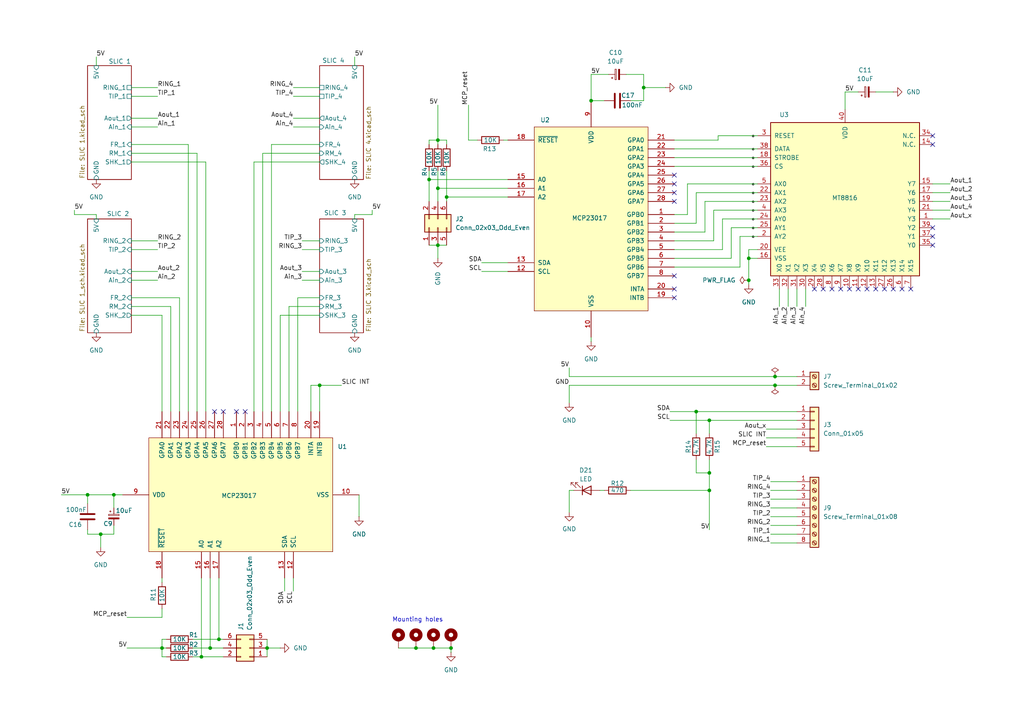
<source format=kicad_sch>
(kicad_sch (version 20231120) (generator "eeschema") (generator_version "8.0")
  (paper "A4")
  (title_block (title "Phone Exchange - Proof of concept") (date "2024-09-04") (rev "1.0"))
  (lib_symbols
    (symbol "Connector:Screw_Terminal_01x02" (pin_names (offset 1.016) hide)
      (property "Reference" "J" (at 0 2.54 0))
      (property "Value" "Screw_Terminal_01x02" (at 0 -5.08 0))
      (symbol "Screw_Terminal_01x02_1_1"
        (rectangle (start -1.27 1.27) (end 1.27 -3.81) (stroke (width 0.254)) (fill (type background)))
        (circle (center 0 -2.54) (radius 0.635) (stroke (width 0.1524)))
        (polyline (pts (xy -0.5334 -2.2098) (xy 0.3302 -3.048)) (stroke (width 0.1524)))
        (polyline (pts (xy -0.5334 0.3302) (xy 0.3302 -0.508)) (stroke (width 0.1524)))
        (polyline (pts (xy -0.3556 -2.032) (xy 0.508 -2.8702)) (stroke (width 0.1524)))
        (polyline (pts (xy -0.3556 0.508) (xy 0.508 -0.3302)) (stroke (width 0.1524)))
        (circle (center 0 0) (radius 0.635) (stroke (width 0.1524)))
        (pin passive line (at -5.08 0 0) (length 3.81) (name "Pin_1") (number "1"))
        (pin passive line (at -5.08 -2.54 0) (length 3.81) (name "Pin_2") (number "2"))
      )
    )
    (symbol "Connector:Screw_Terminal_01x08" (pin_names (offset 1.016) hide)
      (property "Reference" "J" (at 0 10.16 0))
      (property "Value" "Screw_Terminal_01x08" (at 0 -12.7 0))
      (symbol "Screw_Terminal_01x08_1_1"
        (rectangle (start -1.27 8.89) (end 1.27 -11.43) (stroke (width 0.254)) (fill (type background)))
        (circle (center 0 -10.16) (radius 0.635) (stroke (width 0.1524)))
        (circle (center 0 -7.62) (radius 0.635) (stroke (width 0.1524)))
        (circle (center 0 -5.08) (radius 0.635) (stroke (width 0.1524)))
        (circle (center 0 -2.54) (radius 0.635) (stroke (width 0.1524)))
        (polyline (pts (xy -0.5334 -9.8298) (xy 0.3302 -10.668)) (stroke (width 0.1524)))
        (polyline (pts (xy -0.5334 -7.2898) (xy 0.3302 -8.128)) (stroke (width 0.1524)))
        (polyline (pts (xy -0.5334 -4.7498) (xy 0.3302 -5.588)) (stroke (width 0.1524)))
        (polyline (pts (xy -0.5334 -2.2098) (xy 0.3302 -3.048)) (stroke (width 0.1524)))
        (polyline (pts (xy -0.5334 0.3302) (xy 0.3302 -0.508)) (stroke (width 0.1524)))
        (polyline (pts (xy -0.5334 2.8702) (xy 0.3302 2.032)) (stroke (width 0.1524)))
        (polyline (pts (xy -0.5334 5.4102) (xy 0.3302 4.572)) (stroke (width 0.1524)))
        (polyline (pts (xy -0.5334 7.9502) (xy 0.3302 7.112)) (stroke (width 0.1524)))
        (polyline (pts (xy -0.3556 -9.652) (xy 0.508 -10.4902)) (stroke (width 0.1524)))
        (polyline (pts (xy -0.3556 -7.112) (xy 0.508 -7.9502)) (stroke (width 0.1524)))
        (polyline (pts (xy -0.3556 -4.572) (xy 0.508 -5.4102)) (stroke (width 0.1524)))
        (polyline (pts (xy -0.3556 -2.032) (xy 0.508 -2.8702)) (stroke (width 0.1524)))
        (polyline (pts (xy -0.3556 0.508) (xy 0.508 -0.3302)) (stroke (width 0.1524)))
        (polyline (pts (xy -0.3556 3.048) (xy 0.508 2.2098)) (stroke (width 0.1524)))
        (polyline (pts (xy -0.3556 5.588) (xy 0.508 4.7498)) (stroke (width 0.1524)))
        (polyline (pts (xy -0.3556 8.128) (xy 0.508 7.2898)) (stroke (width 0.1524)))
        (circle (center 0 0) (radius 0.635) (stroke (width 0.1524)))
        (circle (center 0 2.54) (radius 0.635) (stroke (width 0.1524)))
        (circle (center 0 5.08) (radius 0.635) (stroke (width 0.1524)))
        (circle (center 0 7.62) (radius 0.635) (stroke (width 0.1524)))
        (pin passive line (at -5.08 7.62 0) (length 3.81) (name "Pin_1") (number "1"))
        (pin passive line (at -5.08 5.08 0) (length 3.81) (name "Pin_2") (number "2"))
        (pin passive line (at -5.08 2.54 0) (length 3.81) (name "Pin_3") (number "3"))
        (pin passive line (at -5.08 0 0) (length 3.81) (name "Pin_4") (number "4"))
        (pin passive line (at -5.08 -2.54 0) (length 3.81) (name "Pin_5") (number "5"))
        (pin passive line (at -5.08 -5.08 0) (length 3.81) (name "Pin_6") (number "6"))
        (pin passive line (at -5.08 -7.62 0) (length 3.81) (name "Pin_7") (number "7"))
        (pin passive line (at -5.08 -10.16 0) (length 3.81) (name "Pin_8") (number "8"))
      )
    )
    (symbol "Connector_Generic:Conn_01x05" (pin_names (offset 1.016) hide)
      (property "Reference" "J" (at 0 7.62 0))
      (property "Value" "Conn_01x05" (at 0 -7.62 0))
      (symbol "Conn_01x05_1_1"
        (rectangle (start -1.27 -4.953) (end 0 -5.207) (stroke (width 0.1524)))
        (rectangle (start -1.27 -2.413) (end 0 -2.667) (stroke (width 0.1524)))
        (rectangle (start -1.27 0.127) (end 0 -0.127) (stroke (width 0.1524)))
        (rectangle (start -1.27 2.667) (end 0 2.413) (stroke (width 0.1524)))
        (rectangle (start -1.27 5.207) (end 0 4.953) (stroke (width 0.1524)))
        (rectangle (start -1.27 6.35) (end 1.27 -6.35) (stroke (width 0.254)) (fill (type background)))
        (pin passive line (at -5.08 5.08 0) (length 3.81) (name "Pin_1") (number "1"))
        (pin passive line (at -5.08 2.54 0) (length 3.81) (name "Pin_2") (number "2"))
        (pin passive line (at -5.08 0 0) (length 3.81) (name "Pin_3") (number "3"))
        (pin passive line (at -5.08 -2.54 0) (length 3.81) (name "Pin_4") (number "4"))
        (pin passive line (at -5.08 -5.08 0) (length 3.81) (name "Pin_5") (number "5"))
      )
    )
    (symbol "Connector_Generic:Conn_02x03_Odd_Even" (pin_names (offset 1.016) hide)
      (property "Reference" "J" (at 1.27 5.08 0))
      (property "Value" "Conn_02x03_Odd_Even" (at 1.27 -5.08 0))
      (symbol "Conn_02x03_Odd_Even_1_1"
        (rectangle (start -1.27 -2.413) (end 0 -2.667) (stroke (width 0.1524)))
        (rectangle (start -1.27 0.127) (end 0 -0.127) (stroke (width 0.1524)))
        (rectangle (start -1.27 2.667) (end 0 2.413) (stroke (width 0.1524)))
        (rectangle (start -1.27 3.81) (end 3.81 -3.81) (stroke (width 0.254)) (fill (type background)))
        (rectangle (start 3.81 -2.413) (end 2.54 -2.667) (stroke (width 0.1524)))
        (rectangle (start 3.81 0.127) (end 2.54 -0.127) (stroke (width 0.1524)))
        (rectangle (start 3.81 2.667) (end 2.54 2.413) (stroke (width 0.1524)))
        (pin passive line (at -5.08 2.54 0) (length 3.81) (name "Pin_1") (number "1"))
        (pin passive line (at 7.62 2.54 180) (length 3.81) (name "Pin_2") (number "2"))
        (pin passive line (at -5.08 0 0) (length 3.81) (name "Pin_3") (number "3"))
        (pin passive line (at 7.62 0 180) (length 3.81) (name "Pin_4") (number "4"))
        (pin passive line (at -5.08 -2.54 0) (length 3.81) (name "Pin_5") (number "5"))
        (pin passive line (at 7.62 -2.54 180) (length 3.81) (name "Pin_6") (number "6"))
      )
    )
    (symbol "Device:C" (pin_numbers hide) (pin_names (offset 0.254))
      (property "Reference" "C" (at 0.635 2.54 0))
      (property "Value" "C" (at 0.635 -2.54 0))
      (symbol "C_0_1"
        (polyline (pts (xy -2.032 -0.762) (xy 2.032 -0.762)) (stroke (width 0.508)))
        (polyline (pts (xy -2.032 0.762) (xy 2.032 0.762)) (stroke (width 0.508)))
      )
      (symbol "C_1_1"
        (pin passive line (at 0 3.81 270) (length 2.794) (name "~") (number "1"))
        (pin passive line (at 0 -3.81 90) (length 2.794) (name "~") (number "2"))
      )
    )
    (symbol "Device:C_Polarized_Small" (pin_numbers hide) (pin_names (offset 0.254) hide)
      (property "Reference" "C" (at 0.254 1.778 0))
      (property "Value" "C_Polarized_Small" (at 0.254 -2.032 0))
      (symbol "C_Polarized_Small_0_1"
        (rectangle (start -1.524 -0.3048) (end 1.524 -0.6858) (fill (type outline)))
        (rectangle (start -1.524 0.6858) (end 1.524 0.3048))
        (polyline (pts (xy -1.27 1.524) (xy -0.762 1.524)))
        (polyline (pts (xy -1.016 1.27) (xy -1.016 1.778)))
      )
      (symbol "C_Polarized_Small_1_1"
        (pin passive line (at 0 2.54 270) (length 1.8542) (name "~") (number "1"))
        (pin passive line (at 0 -2.54 90) (length 1.8542) (name "~") (number "2"))
      )
    )
    (symbol "Device:LED" (pin_numbers hide) (pin_names (offset 1.016) hide)
      (property "Reference" "D" (at 0 2.54 0))
      (property "Value" "LED" (at 0 -2.54 0))
      (symbol "LED_0_1"
        (polyline (pts (xy -1.27 -1.27) (xy -1.27 1.27)) (stroke (width 0.254)))
        (polyline (pts (xy -1.27 0) (xy 1.27 0)))
        (polyline (pts (xy 1.27 -1.27) (xy 1.27 1.27) (xy -1.27 0) (xy 1.27 -1.27)) (stroke (width 0.254)))
        (polyline (pts (xy -3.048 -0.762) (xy -4.572 -2.286) (xy -3.81 -2.286) (xy -4.572 -2.286) (xy -4.572 -1.524)))
        (polyline (pts (xy -1.778 -0.762) (xy -3.302 -2.286) (xy -2.54 -2.286) (xy -3.302 -2.286) (xy -3.302 -1.524)))
      )
      (symbol "LED_1_1"
        (pin passive line (at -3.81 0 0) (length 2.54) (name "K") (number "1"))
        (pin passive line (at 3.81 0 180) (length 2.54) (name "A") (number "2"))
      )
    )
    (symbol "Device:R" (pin_numbers hide) (pin_names (offset 0))
      (property "Reference" "R" (at 2.032 0 90))
      (property "Value" "R" (at 0 0 90))
      (symbol "R_0_1"
        (rectangle (start -1.016 -2.54) (end 1.016 2.54) (stroke (width 0.254)))
      )
      (symbol "R_1_1"
        (pin passive line (at 0 3.81 270) (length 1.27) (name "~") (number "1"))
        (pin passive line (at 0 -3.81 90) (length 1.27) (name "~") (number "2"))
      )
    )
    (symbol "JW_library_sym:MCP23017" (pin_names (offset 1.016))
      (property "Reference" "U" (at -13.97 27.94 0))
      (property "Value" "MCP23017" (at 11.43 -27.94 0))
      (symbol "MCP23017_1_0"
        (rectangle (start -16.51 26.67) (end 16.51 -26.67) (fill (type background)))
      )
      (symbol "MCP23017_1_1"
        (pin tri_state line (at 24.13 1.27 180) (length 7.62) (name "GPB0") (number "1"))
        (pin power_in line (at 0 -34.29 90) (length 7.62) (name "VSS") (number "10"))
        (pin input line (at -24.13 -15.24 0) (length 7.62) (name "SCL") (number "12"))
        (pin tri_state line (at -24.13 -12.7 0) (length 7.62) (name "SDA") (number "13"))
        (pin input line (at -24.13 11.43 0) (length 7.62) (name "A0") (number "15"))
        (pin input line (at -24.13 8.89 0) (length 7.62) (name "A1") (number "16"))
        (pin input line (at -24.13 6.35 0) (length 7.62) (name "A2") (number "17"))
        (pin input line (at -24.13 22.86 0) (length 7.62) (name "~{RESET}") (number "18"))
        (pin output line (at 24.13 -22.86 180) (length 7.62) (name "INTB") (number "19"))
        (pin tri_state line (at 24.13 -1.27 180) (length 7.62) (name "GPB1") (number "2"))
        (pin output line (at 24.13 -20.32 180) (length 7.62) (name "INTA") (number "20"))
        (pin tri_state line (at 24.13 22.86 180) (length 7.62) (name "GPA0") (number "21"))
        (pin tri_state line (at 24.13 20.32 180) (length 7.62) (name "GPA1") (number "22"))
        (pin tri_state line (at 24.13 17.78 180) (length 7.62) (name "GPA2") (number "23"))
        (pin tri_state line (at 24.13 15.24 180) (length 7.62) (name "GPA3") (number "24"))
        (pin tri_state line (at 24.13 12.7 180) (length 7.62) (name "GPA4") (number "25"))
        (pin tri_state line (at 24.13 10.16 180) (length 7.62) (name "GPA5") (number "26"))
        (pin tri_state line (at 24.13 7.62 180) (length 7.62) (name "GPA6") (number "27"))
        (pin tri_state line (at 24.13 5.08 180) (length 7.62) (name "GPA7") (number "28"))
        (pin tri_state line (at 24.13 -3.81 180) (length 7.62) (name "GPB2") (number "3"))
        (pin tri_state line (at 24.13 -6.35 180) (length 7.62) (name "GPB3") (number "4"))
        (pin tri_state line (at 24.13 -8.89 180) (length 7.62) (name "GPB4") (number "5"))
        (pin tri_state line (at 24.13 -11.43 180) (length 7.62) (name "GPB5") (number "6"))
        (pin tri_state line (at 24.13 -13.97 180) (length 7.62) (name "GPB6") (number "7"))
        (pin tri_state line (at 24.13 -16.51 180) (length 7.62) (name "GPB7") (number "8"))
        (pin power_in line (at 0 34.29 270) (length 7.62) (name "VDD") (number "9"))
      )
    )
    (symbol "JW_library_sym:MT8816" (pin_names (offset 1.016))
      (property "Reference" "U" (at 6.35 35.56 0))
      (property "Value" "MT8816" (at -1.524 9.398 0))
      (symbol "MT8816_1_1"
        (rectangle (start -19.05 31.75) (end 24.13 -12.7) (stroke (width 0.254)) (fill (type background)))
        (pin passive line (at 27.94 3.81 180) (length 3.81) (name "Y3") (number "1"))
        (pin passive line (at 3.81 -16.51 90) (length 3.81) (name "X8") (number "10"))
        (pin passive line (at 6.35 -16.51 90) (length 3.81) (name "X9") (number "11"))
        (pin passive line (at 8.89 -16.51 90) (length 3.81) (name "X10") (number "12"))
        (pin passive line (at 11.43 -16.51 90) (length 3.81) (name "X11") (number "13"))
        (pin passive line (at 27.94 25.4 180) (length 3.81) (name "N.C.") (number "14"))
        (pin passive line (at 27.94 13.97 180) (length 3.81) (name "Y7") (number "15"))
        (pin power_in line (at -22.86 -7.62 0) (length 3.81) (name "VSS") (number "16"))
        (pin passive line (at 27.94 11.43 180) (length 3.81) (name "Y6") (number "17"))
        (pin input line (at -22.86 21.59 0) (length 3.81) (name "STROBE") (number "18"))
        (pin passive line (at 27.94 8.89 180) (length 3.81) (name "Y5") (number "19"))
        (pin input line (at -22.86 -1.27 0) (length 3.81) (name "AY2") (number "2"))
        (pin power_in line (at -22.86 -5.08 0) (length 3.81) (name "VEE") (number "20"))
        (pin passive line (at 27.94 6.35 180) (length 3.81) (name "Y4") (number "21"))
        (pin input line (at -22.86 11.43 0) (length 3.81) (name "AX1") (number "22"))
        (pin input line (at -22.86 8.89 0) (length 3.81) (name "AX2") (number "23"))
        (pin input line (at -22.86 3.81 0) (length 3.81) (name "AY0") (number "24"))
        (pin input line (at -22.86 1.27 0) (length 3.81) (name "AY1") (number "25"))
        (pin passive line (at 16.51 -16.51 90) (length 3.81) (name "X13") (number "26"))
        (pin passive line (at 13.97 -16.51 90) (length 3.81) (name "X12") (number "27"))
        (pin passive line (at -3.81 -16.51 90) (length 3.81) (name "X5") (number "28"))
        (pin passive line (at -6.35 -16.51 90) (length 3.81) (name "X4") (number "29"))
        (pin input line (at -22.86 27.94 0) (length 3.81) (name "RESET") (number "3"))
        (pin passive line (at -8.89 -16.51 90) (length 3.81) (name "X3") (number "30"))
        (pin passive line (at -11.43 -16.51 90) (length 3.81) (name "X2") (number "31"))
        (pin passive line (at -13.97 -16.51 90) (length 3.81) (name "X1") (number "32"))
        (pin passive line (at -16.51 -16.51 90) (length 3.81) (name "X0") (number "33"))
        (pin passive line (at 27.94 27.94 180) (length 3.81) (name "N.C.") (number "34"))
        (pin passive line (at 27.94 -3.81 180) (length 3.81) (name "Y0") (number "35"))
        (pin input line (at -22.86 19.05 0) (length 3.81) (name "CS") (number "36"))
        (pin passive line (at 27.94 -1.27 180) (length 3.81) (name "Y1") (number "37"))
        (pin input line (at -22.86 24.13 0) (length 3.81) (name "DATA") (number "38"))
        (pin passive line (at 27.94 1.27 180) (length 3.81) (name "Y2") (number "39"))
        (pin input line (at -22.86 6.35 0) (length 3.81) (name "AX3") (number "4"))
        (pin power_in line (at 2.54 35.56 270) (length 3.81) (name "VDD") (number "40"))
        (pin input line (at -22.86 13.97 0) (length 3.81) (name "AX0") (number "5"))
        (pin passive line (at 19.05 -16.51 90) (length 3.81) (name "X14") (number "6"))
        (pin passive line (at 21.59 -16.51 90) (length 3.81) (name "X15") (number "7"))
        (pin passive line (at -1.27 -16.51 90) (length 3.81) (name "X6") (number "8"))
        (pin passive line (at 1.27 -16.51 90) (length 3.81) (name "X7") (number "9"))
      )
    )
    (symbol "Mechanical:MountingHole_Pad" (pin_numbers hide) (pin_names (offset 1.016) hide) (exclude_from_sim yes) (in_bom no)
      (property "Reference" "H" (at 0 6.35 0))
      (property "Value" "MountingHole_Pad" (at 0 4.445 0))
      (symbol "MountingHole_Pad_0_1"
        (circle (center 0 1.27) (radius 1.27) (stroke (width 1.27)))
      )
      (symbol "MountingHole_Pad_1_1"
        (pin input line (at 0 -2.54 90) (length 2.54) (name "1") (number "1"))
      )
    )
    (symbol "power:GND" (power) (pin_numbers hide) (pin_names (offset 0) hide)
      (property "Value" "GND" (at 0 -3.81 0))
      (symbol "GND_0_1"
        (polyline (pts (xy 0 0) (xy 0 -1.27) (xy 1.27 -1.27) (xy 0 -2.54) (xy -1.27 -1.27) (xy 0 -1.27)))
      )
      (symbol "GND_1_1"
        (pin power_in line (at 0 0 270) (length 0) (name "~") (number "1"))
      )
    )
    (symbol "power:PWR_FLAG" (power) (pin_numbers hide) (pin_names (offset 0) hide)
      (property "Value" "PWR_FLAG" (at 0 3.81 0))
      (symbol "PWR_FLAG_0_0"
        (pin power_out line (at 0 0 90) (length 0) (name "~") (number "1"))
      )
      (symbol "PWR_FLAG_0_1"
        (polyline (pts (xy 0 0) (xy 0 1.27) (xy -1.016 1.905) (xy 0 2.54) (xy 1.016 1.905) (xy 0 1.27)))
      )
    )
  )
  (junction (at 46.99 187.96))
  (junction (at 92.71 111.76))
  (junction (at 205.74 121.92))
  (junction (at 124.46 52.07))
  (junction (at 125.73 187.96))
  (junction (at 127 54.61))
  (junction (at 224.79 109.22))
  (junction (at 171.45 29.21))
  (junction (at 77.47 187.96))
  (junction (at 217.17 74.93))
  (junction (at 60.96 187.96))
  (junction (at 129.54 57.15))
  (junction (at 205.74 137.16))
  (junction (at 58.42 190.5))
  (junction (at 63.5 185.42))
  (junction (at 127 71.12))
  (junction (at 186.69 25.4))
  (junction (at 201.93 119.38))
  (junction (at 217.17 81.28))
  (junction (at 130.81 187.96))
  (junction (at 25.4 143.51))
  (junction (at 224.79 111.76))
  (junction (at 29.21 154.94))
  (junction (at 205.74 142.24))
  (junction (at 33.02 143.51))
  (junction (at 127 40.64))
  (junction (at 120.65 187.96))
  (no_connect (at 270.51 71.12))
  (no_connect (at 270.51 66.04))
  (no_connect (at 195.58 55.88))
  (no_connect (at 195.58 80.01))
  (no_connect (at 195.58 58.42))
  (no_connect (at 238.76 83.82))
  (no_connect (at 195.58 86.36))
  (no_connect (at 270.51 41.91))
  (no_connect (at 243.84 83.82))
  (no_connect (at 241.3 83.82))
  (no_connect (at 195.58 53.34))
  (no_connect (at 261.62 83.82))
  (no_connect (at 256.54 83.82))
  (no_connect (at 64.77 119.38))
  (no_connect (at 248.92 83.82))
  (no_connect (at 251.46 83.82))
  (no_connect (at 270.51 39.37))
  (no_connect (at 62.23 119.38))
  (no_connect (at 264.16 83.82))
  (no_connect (at 254 83.82))
  (no_connect (at 236.22 83.82))
  (no_connect (at 195.58 50.8))
  (no_connect (at 71.12 119.38))
  (no_connect (at 68.58 119.38))
  (no_connect (at 270.51 68.58))
  (no_connect (at 195.58 83.82))
  (no_connect (at 259.08 83.82))
  (no_connect (at 246.38 83.82))
  (wire (pts (xy 204.47 67.31) (xy 204.47 58.42)))
  (wire (pts (xy 73.66 46.99) (xy 73.66 119.38)))
  (wire (pts (xy 127 71.12) (xy 127 74.93)))
  (wire (pts (xy 207.01 69.85) (xy 207.01 60.96)))
  (wire (pts (xy 186.69 25.4) (xy 186.69 21.59)))
  (wire (pts (xy 129.54 57.15) (xy 147.32 57.15)))
  (wire (pts (xy 201.93 137.16) (xy 205.74 137.16)))
  (wire (pts (xy 214.63 68.58) (xy 219.71 68.58)))
  (wire (pts (xy 205.74 121.92) (xy 205.74 125.73)))
  (wire (pts (xy 52.07 86.36) (xy 52.07 119.38)))
  (wire (pts (xy 270.51 55.88) (xy 275.59 55.88)))
  (wire (pts (xy 270.51 60.96) (xy 275.59 60.96)))
  (wire (pts (xy 214.63 77.47) (xy 214.63 68.58)))
  (wire (pts (xy 58.42 190.5) (xy 58.42 167.64)))
  (wire (pts (xy 102.87 16.51) (xy 102.87 19.05)))
  (wire (pts (xy 201.93 64.77) (xy 201.93 55.88)))
  (wire (pts (xy 223.52 142.24) (xy 231.14 142.24)))
  (wire (pts (xy 90.17 111.76) (xy 92.71 111.76)))
  (wire (pts (xy 57.15 44.45) (xy 57.15 119.38)))
  (wire (pts (xy 77.47 190.5) (xy 77.47 187.96)))
  (wire (pts (xy 63.5 185.42) (xy 63.5 167.64)))
  (wire (pts (xy 270.51 53.34) (xy 275.59 53.34)))
  (wire (pts (xy 171.45 29.21) (xy 175.26 29.21)))
  (wire (pts (xy 125.73 187.96) (xy 130.81 187.96)))
  (wire (pts (xy 219.71 72.39) (xy 217.17 72.39)))
  (wire (pts (xy 38.1 25.4) (xy 45.72 25.4)))
  (wire (pts (xy 195.58 45.72) (xy 219.71 45.72)))
  (wire (pts (xy 86.36 86.36) (xy 86.36 119.38)))
  (wire (pts (xy 127 54.61) (xy 127 58.42)))
  (wire (pts (xy 82.55 167.64) (xy 82.55 171.45)))
  (wire (pts (xy 38.1 78.74) (xy 45.72 78.74)))
  (wire (pts (xy 223.52 157.48) (xy 231.14 157.48)))
  (wire (pts (xy 195.58 67.31) (xy 204.47 67.31)))
  (wire (pts (xy 55.88 190.5) (xy 58.42 190.5)))
  (wire (pts (xy 233.68 83.82) (xy 233.68 88.9)))
  (wire (pts (xy 222.25 124.46) (xy 231.14 124.46)))
  (wire (pts (xy 129.54 57.15) (xy 129.54 58.42)))
  (wire (pts (xy 223.52 152.4) (xy 231.14 152.4)))
  (wire (pts (xy 186.69 25.4) (xy 193.04 25.4)))
  (wire (pts (xy 207.01 60.96) (xy 219.71 60.96)))
  (wire (pts (xy 73.66 46.99) (xy 92.71 46.99)))
  (wire (pts (xy 129.54 40.64) (xy 129.54 41.91)))
  (wire (pts (xy 248.92 26.67) (xy 245.11 26.67)))
  (wire (pts (xy 127 40.64) (xy 129.54 40.64)))
  (wire (pts (xy 201.93 55.88) (xy 219.71 55.88)))
  (wire (pts (xy 199.39 53.34) (xy 219.71 53.34)))
  (wire (pts (xy 33.02 154.94) (xy 33.02 152.4)))
  (wire (pts (xy 205.74 133.35) (xy 205.74 137.16)))
  (wire (pts (xy 201.93 119.38) (xy 231.14 119.38)))
  (wire (pts (xy 181.61 21.59) (xy 186.69 21.59)))
  (wire (pts (xy 33.02 143.51) (xy 33.02 147.32)))
  (wire (pts (xy 38.1 88.9) (xy 49.53 88.9)))
  (wire (pts (xy 124.46 71.12) (xy 127 71.12)))
  (wire (pts (xy 46.99 185.42) (xy 48.26 185.42)))
  (wire (pts (xy 201.93 119.38) (xy 201.93 125.73)))
  (wire (pts (xy 127 49.53) (xy 127 54.61)))
  (wire (pts (xy 46.99 190.5) (xy 48.26 190.5)))
  (wire (pts (xy 60.96 187.96) (xy 60.96 167.64)))
  (wire (pts (xy 90.17 119.38) (xy 90.17 111.76)))
  (wire (pts (xy 254 26.67) (xy 259.08 26.67)))
  (wire (pts (xy 195.58 40.64) (xy 208.28 40.64)))
  (wire (pts (xy 195.58 64.77) (xy 201.93 64.77)))
  (wire (pts (xy 60.96 187.96) (xy 64.77 187.96)))
  (wire (pts (xy 270.51 58.42) (xy 275.59 58.42)))
  (wire (pts (xy 85.09 25.4) (xy 92.71 25.4)))
  (wire (pts (xy 85.09 27.94) (xy 92.71 27.94)))
  (wire (pts (xy 38.1 69.85) (xy 45.72 69.85)))
  (wire (pts (xy 81.28 91.44) (xy 92.71 91.44)))
  (wire (pts (xy 58.42 190.5) (xy 64.77 190.5)))
  (wire (pts (xy 38.1 44.45) (xy 57.15 44.45)))
  (wire (pts (xy 87.63 78.74) (xy 92.71 78.74)))
  (wire (pts (xy 46.99 167.64) (xy 46.99 168.91)))
  (wire (pts (xy 29.21 158.75) (xy 29.21 154.94)))
  (wire (pts (xy 46.99 179.07) (xy 46.99 176.53)))
  (wire (pts (xy 54.61 41.91) (xy 54.61 119.38)))
  (wire (pts (xy 195.58 69.85) (xy 207.01 69.85)))
  (wire (pts (xy 46.99 187.96) (xy 46.99 190.5)))
  (wire (pts (xy 205.74 121.92) (xy 231.14 121.92)))
  (wire (pts (xy 186.69 29.21) (xy 186.69 25.4)))
  (wire (pts (xy 54.61 41.91) (xy 38.1 41.91)))
  (wire (pts (xy 55.88 185.42) (xy 63.5 185.42)))
  (wire (pts (xy 36.83 187.96) (xy 46.99 187.96)))
  (wire (pts (xy 194.31 121.92) (xy 205.74 121.92)))
  (wire (pts (xy 49.53 88.9) (xy 49.53 119.38)))
  (wire (pts (xy 245.11 26.67) (xy 245.11 31.75)))
  (wire (pts (xy 38.1 72.39) (xy 45.72 72.39)))
  (wire (pts (xy 27.94 62.23) (xy 27.94 63.5)))
  (wire (pts (xy 194.31 119.38) (xy 201.93 119.38)))
  (wire (pts (xy 195.58 43.18) (xy 219.71 43.18)))
  (wire (pts (xy 205.74 137.16) (xy 205.74 142.24)))
  (wire (pts (xy 165.1 142.24) (xy 165.1 148.59)))
  (wire (pts (xy 77.47 187.96) (xy 77.47 185.42)))
  (wire (pts (xy 209.55 63.5) (xy 219.71 63.5)))
  (wire (pts (xy 83.82 88.9) (xy 92.71 88.9)))
  (wire (pts (xy 182.88 29.21) (xy 186.69 29.21)))
  (wire (pts (xy 171.45 21.59) (xy 171.45 29.21)))
  (wire (pts (xy 195.58 48.26) (xy 219.71 48.26)))
  (wire (pts (xy 46.99 187.96) (xy 48.26 187.96)))
  (wire (pts (xy 217.17 81.28) (xy 217.17 82.55)))
  (wire (pts (xy 21.59 60.96) (xy 21.59 62.23)))
  (wire (pts (xy 85.09 34.29) (xy 92.71 34.29)))
  (wire (pts (xy 127 40.64) (xy 127 41.91)))
  (wire (pts (xy 25.4 143.51) (xy 25.4 146.05)))
  (wire (pts (xy 228.6 83.82) (xy 228.6 88.9)))
  (wire (pts (xy 81.28 91.44) (xy 81.28 119.38)))
  (wire (pts (xy 166.37 142.24) (xy 165.1 142.24)))
  (wire (pts (xy 223.52 144.78) (xy 231.14 144.78)))
  (wire (pts (xy 92.71 81.28) (xy 87.63 81.28)))
  (wire (pts (xy 224.79 111.76) (xy 231.14 111.76)))
  (wire (pts (xy 104.14 143.51) (xy 104.14 149.86)))
  (wire (pts (xy 92.71 41.91) (xy 78.74 41.91)))
  (wire (pts (xy 223.52 154.94) (xy 231.14 154.94)))
  (wire (pts (xy 175.26 142.24) (xy 173.99 142.24)))
  (wire (pts (xy 76.2 44.45) (xy 76.2 119.38)))
  (wire (pts (xy 46.99 91.44) (xy 46.99 119.38)))
  (wire (pts (xy 55.88 187.96) (xy 60.96 187.96)))
  (wire (pts (xy 135.89 30.48) (xy 135.89 40.64)))
  (wire (pts (xy 195.58 77.47) (xy 214.63 77.47)))
  (wire (pts (xy 78.74 41.91) (xy 78.74 119.38)))
  (wire (pts (xy 195.58 72.39) (xy 209.55 72.39)))
  (wire (pts (xy 222.25 129.54) (xy 231.14 129.54)))
  (wire (pts (xy 224.79 109.22) (xy 231.14 109.22)))
  (wire (pts (xy 59.69 46.99) (xy 59.69 119.38)))
  (wire (pts (xy 135.89 40.64) (xy 138.43 40.64)))
  (wire (pts (xy 209.55 72.39) (xy 209.55 63.5)))
  (wire (pts (xy 223.52 139.7) (xy 231.14 139.7)))
  (wire (pts (xy 115.57 187.96) (xy 120.65 187.96)))
  (wire (pts (xy 217.17 72.39) (xy 217.17 74.93)))
  (wire (pts (xy 182.88 142.24) (xy 205.74 142.24)))
  (wire (pts (xy 222.25 127) (xy 231.14 127)))
  (wire (pts (xy 29.21 154.94) (xy 33.02 154.94)))
  (wire (pts (xy 217.17 74.93) (xy 219.71 74.93)))
  (wire (pts (xy 127 54.61) (xy 147.32 54.61)))
  (wire (pts (xy 139.7 78.74) (xy 147.32 78.74)))
  (wire (pts (xy 21.59 62.23) (xy 27.94 62.23)))
  (wire (pts (xy 107.95 60.96) (xy 107.95 62.23)))
  (wire (pts (xy 212.09 74.93) (xy 212.09 66.04)))
  (wire (pts (xy 38.1 81.28) (xy 45.72 81.28)))
  (wire (pts (xy 38.1 91.44) (xy 46.99 91.44)))
  (wire (pts (xy 83.82 88.9) (xy 83.82 119.38)))
  (wire (pts (xy 87.63 69.85) (xy 92.71 69.85)))
  (wire (pts (xy 165.1 111.76) (xy 165.1 116.84)))
  (wire (pts (xy 165.1 106.68) (xy 165.1 109.22)))
  (wire (pts (xy 38.1 36.83) (xy 45.72 36.83)))
  (wire (pts (xy 76.2 44.45) (xy 92.71 44.45)))
  (wire (pts (xy 59.69 46.99) (xy 38.1 46.99)))
  (wire (pts (xy 17.78 143.51) (xy 25.4 143.51)))
  (wire (pts (xy 92.71 86.36) (xy 86.36 86.36)))
  (wire (pts (xy 27.94 16.51) (xy 27.94 19.05)))
  (wire (pts (xy 217.17 74.93) (xy 217.17 81.28)))
  (wire (pts (xy 85.09 36.83) (xy 92.71 36.83)))
  (wire (pts (xy 85.09 167.64) (xy 85.09 171.45)))
  (wire (pts (xy 107.95 62.23) (xy 102.87 62.23)))
  (wire (pts (xy 124.46 52.07) (xy 124.46 58.42)))
  (wire (pts (xy 92.71 111.76) (xy 99.06 111.76)))
  (wire (pts (xy 146.05 40.64) (xy 147.32 40.64)))
  (wire (pts (xy 25.4 153.67) (xy 25.4 154.94)))
  (wire (pts (xy 46.99 185.42) (xy 46.99 187.96)))
  (wire (pts (xy 208.28 40.64) (xy 208.28 39.37)))
  (wire (pts (xy 124.46 40.64) (xy 124.46 41.91)))
  (wire (pts (xy 129.54 49.53) (xy 129.54 57.15)))
  (wire (pts (xy 127 71.12) (xy 129.54 71.12)))
  (wire (pts (xy 223.52 149.86) (xy 231.14 149.86)))
  (wire (pts (xy 270.51 63.5) (xy 275.59 63.5)))
  (wire (pts (xy 124.46 52.07) (xy 147.32 52.07)))
  (wire (pts (xy 205.74 142.24) (xy 205.74 153.67)))
  (wire (pts (xy 130.81 189.23) (xy 130.81 187.96)))
  (wire (pts (xy 171.45 97.79) (xy 171.45 99.06)))
  (wire (pts (xy 102.87 62.23) (xy 102.87 63.5)))
  (wire (pts (xy 127 40.64) (xy 124.46 40.64)))
  (wire (pts (xy 201.93 133.35) (xy 201.93 137.16)))
  (wire (pts (xy 195.58 62.23) (xy 199.39 62.23)))
  (wire (pts (xy 199.39 62.23) (xy 199.39 53.34)))
  (wire (pts (xy 36.83 179.07) (xy 46.99 179.07)))
  (wire (pts (xy 120.65 187.96) (xy 125.73 187.96)))
  (wire (pts (xy 223.52 147.32) (xy 231.14 147.32)))
  (wire (pts (xy 208.28 39.37) (xy 219.71 39.37)))
  (wire (pts (xy 92.71 119.38) (xy 92.71 111.76)))
  (wire (pts (xy 165.1 111.76) (xy 224.79 111.76)))
  (wire (pts (xy 226.06 83.82) (xy 226.06 88.9)))
  (wire (pts (xy 195.58 74.93) (xy 212.09 74.93)))
  (wire (pts (xy 38.1 34.29) (xy 45.72 34.29)))
  (wire (pts (xy 38.1 27.94) (xy 45.72 27.94)))
  (wire (pts (xy 38.1 86.36) (xy 52.07 86.36)))
  (wire (pts (xy 139.7 76.2) (xy 147.32 76.2)))
  (wire (pts (xy 63.5 185.42) (xy 64.77 185.42)))
  (wire (pts (xy 87.63 72.39) (xy 92.71 72.39)))
  (wire (pts (xy 231.14 83.82) (xy 231.14 88.9)))
  (wire (pts (xy 33.02 143.51) (xy 35.56 143.51)))
  (wire (pts (xy 165.1 109.22) (xy 224.79 109.22)))
  (wire (pts (xy 127 30.48) (xy 127 40.64)))
  (wire (pts (xy 171.45 21.59) (xy 176.53 21.59)))
  (wire (pts (xy 124.46 49.53) (xy 124.46 52.07)))
  (wire (pts (xy 25.4 143.51) (xy 33.02 143.51)))
  (wire (pts (xy 25.4 154.94) (xy 29.21 154.94)))
  (wire (pts (xy 77.47 187.96) (xy 81.28 187.96)))
  (wire (pts (xy 212.09 66.04) (xy 219.71 66.04)))
  (wire (pts (xy 204.47 58.42) (xy 219.71 58.42)))
  (text "Mounting holes\n" (at 121.158 179.832 0) (effects (font (size 1.27 1.27))))
  (label "Ain_3" (at 87.63 81.28 180))
  (label "Aout_x" (at 275.59 63.5 0))
  (label "5V" (at 17.78 143.51 0))
  (label "Aout_1" (at 275.59 53.34 0))
  (label "Aout_1" (at 45.72 34.29 0))
  (label "RING_2" (at 45.72 69.85 0))
  (label "MCP_reset" (at 222.25 129.54 180))
  (label "5V" (at 171.45 21.59 0))
  (label "SCL" (at 194.31 121.92 180))
  (label "5V" (at 36.83 187.96 180))
  (label "Ain_2" (at 228.6 88.9 270))
  (label "Aout_3" (at 275.59 58.42 0))
  (label "RING_4" (at 223.52 142.24 180))
  (label "Aout_3" (at 87.63 78.74 180))
  (label "RING_3" (at 87.63 72.39 180))
  (label "SDA" (at 194.31 119.38 180))
  (label "TIP_4" (at 223.52 139.7 180))
  (label "TIP_4" (at 85.09 27.94 180))
  (label "Aout_2" (at 275.59 55.88 0))
  (label "TIP_3" (at 223.52 144.78 180))
  (label "RING_3" (at 223.52 147.32 180))
  (label "Aout_x" (at 222.25 124.46 180))
  (label "Ain_1" (at 226.06 88.9 270))
  (label "5V" (at 21.59 60.96 0))
  (label "Aout_4" (at 85.09 34.29 180))
  (label "SLIC INT" (at 222.25 127 180))
  (label "SLIC INT" (at 99.06 111.76 0))
  (label "Aout_4" (at 275.59 60.96 0))
  (label "5V" (at 107.95 60.96 0))
  (label "TIP_3" (at 87.63 69.85 180))
  (label "SCL" (at 139.7 78.74 180))
  (label "RING_2" (at 223.52 152.4 180))
  (label "TIP_1" (at 45.72 27.94 0))
  (label "TIP_1" (at 223.52 154.94 180))
  (label "MCP_reset" (at 135.89 30.48 90))
  (label "Aout_2" (at 45.72 78.74 0))
  (label "5V" (at 127 30.48 180))
  (label "RING_1" (at 223.52 157.48 180))
  (label "Ain_4" (at 85.09 36.83 180))
  (label "TIP_2" (at 45.72 72.39 0))
  (label "MCP_reset" (at 36.83 179.07 180))
  (label "Ain_4" (at 233.68 88.9 270))
  (label "Ain_2" (at 45.72 81.28 0))
  (label "Ain_1" (at 45.72 36.83 0))
  (label "5V" (at 27.94 16.51 0))
  (label "Ain_3" (at 231.14 88.9 270))
  (label "5V" (at 165.1 106.68 180))
  (label "RING_1" (at 45.72 25.4 0))
  (label "5V" (at 102.87 16.51 0))
  (label "5V" (at 205.74 153.67 180))
  (label "SDA" (at 82.55 171.45 270))
  (label "RING_4" (at 85.09 25.4 180))
  (label "SDA" (at 139.7 76.2 180))
  (label "SCL" (at 85.09 171.45 270))
  (label "5V" (at 245.11 26.67 0))
  (label "TIP_2" (at 223.52 149.86 180))
  (label "GND" (at 165.1 111.76 180))
  (netclass_flag "" (length 0.1) (shape dot) (at 218.44 63.5 180) (property "Netclass" "Signal" (effects (hide yes))))
  (netclass_flag "" (length 0.1) (shape dot) (at 218.44 66.04 180) (property "Netclass" "Signal" (effects (hide yes))))
  (netclass_flag "" (length 0.1) (shape dot) (at 218.44 55.88 180) (property "Netclass" "Signal" (effects (hide yes))))
  (netclass_flag "" (length 0.1) (shape dot) (at 218.44 39.37 180) (property "Netclass" "Signal" (effects (hide yes))))
  (netclass_flag "" (length 0.1) (shape dot) (at 218.44 48.26 180) (property "Netclass" "Signal" (effects (hide yes))))
  (netclass_flag "" (length 0.1) (shape dot) (at 218.44 53.34 180) (property "Netclass" "Signal" (effects (hide yes))))
  (netclass_flag "" (length 0.1) (shape dot) (at 218.44 58.42 180) (property "Netclass" "Signal" (effects (hide yes))))
  (netclass_flag "" (length 0.1) (shape dot) (at 218.44 60.96 180) (property "Netclass" "Signal" (effects (hide yes))))
  (netclass_flag "" (length 0.1) (shape dot) (at 218.44 43.18 180) (property "Netclass" "Signal" (effects (hide yes))))
  (netclass_flag "" (length 0.1) (shape dot) (at 218.44 45.72 180) (property "Netclass" "Signal" (effects (hide yes))))
  (netclass_flag "" (length 0.1) (shape dot) (at 218.44 68.58 180) (property "Netclass" "Signal" (effects (hide yes))))
  (symbol (lib_id "power:GND") (at 165.1 148.59 0) (mirror y) (unit 1)
    (property "Reference" "#PWR026" (effects (hide yes)))
    (property "Value" "GND" (at 165.1 153.416 0))
    (property "Description" "Power symbol creates a global label with name \"GND\" , ground" (effects (hide yes)))
  )
  (symbol (lib_id "power:PWR_FLAG") (at 217.17 81.28 90) (unit 1) (in_bom no) (on_board no)
    (property "Reference" "#FLG01" (effects (hide yes)))
    (property "Value" "PWR_FLAG" (at 213.36 81.2799 90) (effects (justify left)))
    (property "Description" "Special symbol for telling ERC where power comes from" (effects (hide yes)))
  )
  (symbol (lib_id "power:GND") (at 81.28 187.96 90) (unit 1)
    (property "Reference" "#PWR010" (effects (hide yes)))
    (property "Value" "GND" (at 85.09 187.9599 90) (effects (justify right)))
    (property "Description" "Power symbol creates a global label with name \"GND\" , ground" (effects (hide yes)))
  )
  (symbol (lib_id "Device:R") (at 179.07 142.24 270) (mirror x) (unit 1)
    (property "Reference" "R12" (at 179.07 140.208 90))
    (property "Value" "470" (at 179.07 142.24 90))
    (property "Footprint" "Resistor_THT:R_Axial_DIN0207_L6.3mm_D2.5mm_P2.54mm_Vertical" (effects (hide yes)))
    (property "Description" "Resistor" (effects (hide yes)))
  )
  (symbol (lib_id "power:PWR_FLAG") (at 224.79 111.76 180) (unit 1)
    (property "Reference" "#FLG03" (effects (hide yes)))
    (property "Value" "PWR_FLAG" (effects (hide yes)))
    (property "Description" "Special symbol for telling ERC where power comes from" (effects (hide yes)))
  )
  (symbol (lib_id "Connector_Generic:Conn_02x03_Odd_Even") (at 72.39 187.96 180) (unit 1)
    (property "Reference" "J1" (at 69.8499 182.88 90) (effects (justify right)))
    (property "Value" "Conn_02x03_Odd_Even" (at 72.3899 182.88 90) (effects (justify right)))
    (property "Footprint" "Connector_PinHeader_2.54mm:PinHeader_2x03_P2.54mm_Vertical" (effects (hide yes)))
    (property "Description" "Generic connector, double row, 02x03, odd/even pin numbering scheme (row 1 odd numbers, row 2 even numbers), script generated (kicad-library-utils/schlib/autogen/connector/)" (effects (hide yes)))
  )
  (symbol (lib_id "Device:C_Polarized_Small") (at 179.07 21.59 90) (unit 1)
    (property "Reference" "C10" (at 178.5239 15.24 90))
    (property "Value" "10uF" (at 178.5239 17.78 90))
    (property "Footprint" "Capacitor_THT:CP_Radial_D4.0mm_P2.00mm" (effects (hide yes)))
    (property "Description" "Polarized capacitor, small symbol" (effects (hide yes)))
  )
  (symbol (lib_id "power:GND") (at 171.45 99.06 0) (unit 1)
    (property "Reference" "#PWR012" (effects (hide yes)))
    (property "Value" "GND" (at 171.45 104.14 0))
    (property "Description" "Power symbol creates a global label with name \"GND\" , ground" (effects (hide yes)))
  )
  (symbol (lib_id "Device:LED") (at 170.18 142.24 0) (mirror x) (unit 1)
    (property "Reference" "D21" (at 169.926 136.398 0))
    (property "Value" "LED" (at 169.926 138.938 0))
    (property "Footprint" "LED_THT:LED_D5.0mm" (effects (hide yes)))
    (property "Description" "Light emitting diode" (effects (hide yes)))
  )
  (symbol (lib_id "Mechanical:MountingHole_Pad") (at 125.73 185.42 0) (unit 1) (exclude_from_sim yes) (in_bom no)
    (property "Reference" "H3" (effects (hide yes)))
    (property "Value" "MountingHole_Pad" (effects (hide yes)))
    (property "Footprint" "MountingHole:MountingHole_3.2mm_M3_Pad_Via" (effects (hide yes)))
    (property "Description" "Mounting Hole with connection" (effects (hide yes)))
  )
  (symbol (lib_id "Connector_Generic:Conn_01x05") (at 236.22 124.46 0) (unit 1)
    (property "Reference" "J3" (at 238.76 123.1899 0) (effects (justify left)))
    (property "Value" "Conn_01x05" (at 238.76 125.7299 0) (effects (justify left)))
    (property "Footprint" "Connector_PinHeader_2.54mm:PinHeader_1x05_P2.54mm_Vertical" (effects (hide yes)))
    (property "Description" "Generic connector, single row, 01x05, script generated (kicad-library-utils/schlib/autogen/connector/)" (effects (hide yes)))
  )
  (symbol (lib_id "Device:R") (at 124.46 45.72 0) (unit 1)
    (property "Reference" "R4" (at 123.19 49.784 90))
    (property "Value" "10K" (at 124.46 45.72 90))
    (property "Footprint" "Resistor_THT:R_Axial_DIN0207_L6.3mm_D2.5mm_P2.54mm_Vertical" (effects (hide yes)))
    (property "Description" "Resistor" (effects (hide yes)))
  )
  (symbol (lib_id "Device:R") (at 52.07 187.96 90) (unit 1)
    (property "Reference" "R2" (at 56.134 186.944 90))
    (property "Value" "10K" (at 52.07 187.96 90))
    (property "Footprint" "Resistor_THT:R_Axial_DIN0207_L6.3mm_D2.5mm_P2.54mm_Vertical" (effects (hide yes)))
    (property "Description" "Resistor" (effects (hide yes)))
  )
  (symbol (lib_id "power:GND") (at 27.94 96.52 0) (unit 1)
    (property "Reference" "#PWR02" (effects (hide yes)))
    (property "Value" "GND" (at 27.94 101.6 0))
    (property "Description" "Power symbol creates a global label with name \"GND\" , ground" (effects (hide yes)))
  )
  (symbol (lib_id "Device:C_Polarized_Small") (at 33.02 149.86 0) (unit 1)
    (property "Reference" "C9" (at 29.972 151.892 0) (effects (justify left)))
    (property "Value" "10uF" (at 33.528 148.082 0) (effects (justify left)))
    (property "Footprint" "Capacitor_THT:CP_Radial_D4.0mm_P2.00mm" (effects (hide yes)))
    (property "Description" "Polarized capacitor, small symbol" (effects (hide yes)))
  )
  (symbol (lib_id "power:PWR_FLAG") (at 224.79 109.22 0) (unit 1)
    (property "Reference" "#FLG02" (effects (hide yes)))
    (property "Value" "PWR_FLAG" (effects (hide yes)))
    (property "Description" "Special symbol for telling ERC where power comes from" (effects (hide yes)))
  )
  (symbol (lib_id "Mechanical:MountingHole_Pad") (at 115.57 185.42 0) (unit 1) (exclude_from_sim yes) (in_bom no)
    (property "Reference" "H1" (effects (hide yes)))
    (property "Value" "MountingHole_Pad" (effects (hide yes)))
    (property "Footprint" "MountingHole:MountingHole_3.2mm_M3_Pad_Via" (effects (hide yes)))
    (property "Description" "Mounting Hole with connection" (effects (hide yes)))
  )
  (symbol (lib_id "power:GND") (at 259.08 26.67 90) (unit 1)
    (property "Reference" "#PWR05" (effects (hide yes)))
    (property "Value" "GND" (at 262.89 26.6699 90) (effects (justify right)))
    (property "Description" "Power symbol creates a global label with name \"GND\" , ground" (effects (hide yes)))
  )
  (symbol (lib_id "Connector:Screw_Terminal_01x08") (at 236.22 147.32 0) (unit 1)
    (property "Reference" "J9" (at 238.76 147.3199 0) (effects (justify left)))
    (property "Value" "Screw_Terminal_01x08" (at 238.76 149.8599 0) (effects (justify left)))
    (property "Footprint" "TerminalBlock_Phoenix:TerminalBlock_Phoenix_MKDS-1,5-8_1x08_P5.00mm_Horizontal" (effects (hide yes)))
    (property "Description" "Generic screw terminal, single row, 01x08, script generated (kicad-library-utils/schlib/autogen/connector/)" (effects (hide yes)))
  )
  (symbol (lib_id "power:GND") (at 130.81 189.23 0) (unit 1)
    (property "Reference" "#PWR025" (effects (hide yes)))
    (property "Value" "GND" (at 130.81 194.31 0))
    (property "Description" "Power symbol creates a global label with name \"GND\" , ground" (effects (hide yes)))
  )
  (symbol (lib_id "Device:C") (at 25.4 149.86 180) (unit 1)
    (property "Reference" "C16" (at 21.844 152.146 0))
    (property "Value" "100nF" (at 22.098 147.828 0))
    (property "Footprint" "Capacitor_THT:C_Disc_D5.0mm_W2.5mm_P2.50mm" (effects (hide yes)))
    (property "Description" "Unpolarized capacitor" (effects (hide yes)))
  )
  (symbol (lib_id "JW_library_sym:MT8816") (at 242.57 67.31 0) (unit 1)
    (property "Reference" "U3" (at 226.06 33.274 0) (effects (justify left)))
    (property "Value" "MT8816" (at 241.3 57.404 0) (effects (justify left)))
    (property "Footprint" "Package_DIP:DIP-40_W15.24mm_Socket_LongPads" (effects (hide yes)))
  )
  (symbol (lib_id "Device:R") (at 129.54 45.72 0) (unit 1)
    (property "Reference" "R6" (at 128.524 49.784 90))
    (property "Value" "10K" (at 129.54 45.72 90))
    (property "Footprint" "Resistor_THT:R_Axial_DIN0207_L6.3mm_D2.5mm_P2.54mm_Vertical" (effects (hide yes)))
    (property "Description" "Resistor" (effects (hide yes)))
  )
  (symbol (lib_id "Connector_Generic:Conn_02x03_Odd_Even") (at 127 66.04 90) (unit 1)
    (property "Reference" "J2" (at 132.08 63.4999 90) (effects (justify right)))
    (property "Value" "Conn_02x03_Odd_Even" (at 132.08 66.0399 90) (effects (justify right)))
    (property "Footprint" "Connector_PinHeader_2.54mm:PinHeader_2x03_P2.54mm_Vertical" (effects (hide yes)))
    (property "Description" "Generic connector, double row, 02x03, odd/even pin numbering scheme (row 1 odd numbers, row 2 even numbers), script generated (kicad-library-utils/schlib/autogen/connector/)" (effects (hide yes)))
  )
  (symbol (lib_id "power:GND") (at 27.94 52.07 0) (unit 1)
    (property "Reference" "#PWR01" (effects (hide yes)))
    (property "Value" "GND" (at 27.94 57.15 0))
    (property "Description" "Power symbol creates a global label with name \"GND\" , ground" (effects (hide yes)))
  )
  (symbol (lib_id "power:GND") (at 104.14 149.86 0) (unit 1)
    (property "Reference" "#PWR08" (effects (hide yes)))
    (property "Value" "GND" (at 104.14 154.94 0))
    (property "Description" "Power symbol creates a global label with name \"GND\" , ground" (effects (hide yes)))
  )
  (symbol (lib_id "Mechanical:MountingHole_Pad") (at 120.65 185.42 0) (unit 1) (exclude_from_sim yes) (in_bom no)
    (property "Reference" "H2" (effects (hide yes)))
    (property "Value" "MountingHole_Pad" (effects (hide yes)))
    (property "Footprint" "MountingHole:MountingHole_3.2mm_M3_Pad_Via" (effects (hide yes)))
    (property "Description" "Mounting Hole with connection" (effects (hide yes)))
  )
  (symbol (lib_id "Device:C") (at 179.07 29.21 90) (unit 1)
    (property "Reference" "C17" (at 182.118 27.686 90))
    (property "Value" "100nF" (at 183.388 30.48 90))
    (property "Footprint" "Capacitor_THT:C_Disc_D5.0mm_W2.5mm_P2.50mm" (effects (hide yes)))
    (property "Description" "Unpolarized capacitor" (effects (hide yes)))
  )
  (symbol (lib_id "power:GND") (at 165.1 116.84 0) (unit 1)
    (property "Reference" "#PWR014" (effects (hide yes)))
    (property "Value" "GND" (at 165.1 121.92 0))
    (property "Description" "Power symbol creates a global label with name \"GND\" , ground" (effects (hide yes)))
  )
  (symbol (lib_id "Device:R") (at 52.07 190.5 90) (unit 1)
    (property "Reference" "R3" (at 56.134 189.484 90))
    (property "Value" "10K" (at 52.07 190.5 90))
    (property "Footprint" "Resistor_THT:R_Axial_DIN0207_L6.3mm_D2.5mm_P2.54mm_Vertical" (effects (hide yes)))
    (property "Description" "Resistor" (effects (hide yes)))
  )
  (symbol (lib_id "power:GND") (at 127 74.93 0) (unit 1)
    (property "Reference" "#PWR09" (effects (hide yes)))
    (property "Value" "GND" (at 127.0001 78.74 90) (effects (justify right)))
    (property "Description" "Power symbol creates a global label with name \"GND\" , ground" (effects (hide yes)))
  )
  (symbol (lib_id "Connector:Screw_Terminal_01x02") (at 236.22 109.22 0) (unit 1)
    (property "Reference" "J7" (at 238.76 109.2199 0) (effects (justify left)))
    (property "Value" "Screw_Terminal_01x02" (at 238.76 111.7599 0) (effects (justify left)))
    (property "Footprint" "TerminalBlock_Phoenix:TerminalBlock_Phoenix_MKDS-1,5-2-5.08_1x02_P5.08mm_Horizontal" (effects (hide yes)))
    (property "Description" "Generic screw terminal, single row, 01x02, script generated (kicad-library-utils/schlib/autogen/connector/)" (effects (hide yes)))
  )
  (symbol (lib_id "Device:R") (at 52.07 185.42 90) (unit 1)
    (property "Reference" "R1" (at 56.134 184.15 90))
    (property "Value" "10K" (at 52.07 185.42 90))
    (property "Footprint" "Resistor_THT:R_Axial_DIN0207_L6.3mm_D2.5mm_P2.54mm_Vertical" (effects (hide yes)))
    (property "Description" "Resistor" (effects (hide yes)))
  )
  (symbol (lib_id "power:GND") (at 217.17 82.55 0) (unit 1)
    (property "Reference" "#PWR013" (effects (hide yes)))
    (property "Value" "GND" (at 217.17 87.63 0))
    (property "Description" "Power symbol creates a global label with name \"GND\" , ground" (effects (hide yes)))
  )
  (symbol (lib_id "power:GND") (at 102.87 52.07 0) (unit 1)
    (property "Reference" "#PWR06" (effects (hide yes)))
    (property "Value" "GND" (at 102.87 57.15 0))
    (property "Description" "Power symbol creates a global label with name \"GND\" , ground" (effects (hide yes)))
  )
  (symbol (lib_id "Device:R") (at 201.93 129.54 0) (unit 1)
    (property "Reference" "R14" (at 199.644 129.54 90))
    (property "Value" "4,7K" (at 201.93 129.54 90))
    (property "Footprint" "Resistor_THT:R_Axial_DIN0207_L6.3mm_D2.5mm_P2.54mm_Vertical" (effects (hide yes)))
    (property "Description" "Resistor" (effects (hide yes)))
  )
  (symbol (lib_id "power:GND") (at 193.04 25.4 90) (unit 1)
    (property "Reference" "#PWR04" (effects (hide yes)))
    (property "Value" "GND" (at 196.85 25.3999 90) (effects (justify right)))
    (property "Description" "Power symbol creates a global label with name \"GND\" , ground" (effects (hide yes)))
  )
  (symbol (lib_id "Device:R") (at 205.74 129.54 0) (unit 1)
    (property "Reference" "R15" (at 208.026 129.54 90))
    (property "Value" "4,7K" (at 205.74 129.54 90))
    (property "Footprint" "Resistor_THT:R_Axial_DIN0207_L6.3mm_D2.5mm_P2.54mm_Vertical" (effects (hide yes)))
    (property "Description" "Resistor" (effects (hide yes)))
  )
  (symbol (lib_id "Device:R") (at 127 45.72 0) (unit 1)
    (property "Reference" "R5" (at 125.984 49.784 90))
    (property "Value" "10K" (at 127 45.72 90))
    (property "Footprint" "Resistor_THT:R_Axial_DIN0207_L6.3mm_D2.5mm_P2.54mm_Vertical" (effects (hide yes)))
    (property "Description" "Resistor" (effects (hide yes)))
  )
  (symbol (lib_id "Device:C_Polarized_Small") (at 251.46 26.67 90) (unit 1)
    (property "Reference" "C11" (at 250.9139 20.32 90))
    (property "Value" "10uF" (at 250.9139 22.86 90))
    (property "Footprint" "Capacitor_THT:CP_Radial_D4.0mm_P2.00mm" (effects (hide yes)))
    (property "Description" "Polarized capacitor, small symbol" (effects (hide yes)))
  )
  (symbol (lib_id "JW_library_sym:MCP23017") (at 69.85 143.51 90) (unit 1)
    (property "Reference" "U1" (at 99.314 129.54 90))
    (property "Value" "MCP23017" (at 69.342 143.764 90))
    (property "Footprint" "Package_DIP:DIP-28_W7.62mm_Socket" (effects (hide yes)))
  )
  (symbol (lib_id "Mechanical:MountingHole_Pad") (at 130.81 185.42 0) (unit 1) (exclude_from_sim yes) (in_bom no)
    (property "Reference" "H4" (effects (hide yes)))
    (property "Value" "MountingHole_Pad" (effects (hide yes)))
    (property "Footprint" "MountingHole:MountingHole_3.2mm_M3_Pad_Via" (effects (hide yes)))
    (property "Description" "Mounting Hole with connection" (effects (hide yes)))
  )
  (symbol (lib_id "power:GND") (at 102.87 96.52 0) (unit 1)
    (property "Reference" "#PWR07" (effects (hide yes)))
    (property "Value" "GND" (at 102.87 101.6 0))
    (property "Description" "Power symbol creates a global label with name \"GND\" , ground" (effects (hide yes)))
  )
  (symbol (lib_id "JW_library_sym:MCP23017") (at 171.45 63.5 0) (unit 1)
    (property "Reference" "U2" (at 156.718 34.798 0) (effects (justify left)))
    (property "Value" "MCP23017" (at 165.862 63.246 0) (effects (justify left)))
    (property "Footprint" "Package_DIP:DIP-28_W7.62mm_Socket" (effects (hide yes)))
  )
  (symbol (lib_id "power:GND") (at 29.21 158.75 0) (unit 1)
    (property "Reference" "#PWR03" (effects (hide yes)))
    (property "Value" "GND" (at 29.21 163.83 0))
    (property "Description" "Power symbol creates a global label with name \"GND\" , ground" (effects (hide yes)))
  )
  (symbol (lib_id "Device:R") (at 46.99 172.72 180) (unit 1)
    (property "Reference" "R11" (at 44.45 172.466 90))
    (property "Value" "10K" (at 46.99 172.72 90))
    (property "Footprint" "Resistor_THT:R_Axial_DIN0207_L6.3mm_D2.5mm_P2.54mm_Vertical" (effects (hide yes)))
    (property "Description" "Resistor" (effects (hide yes)))
  )
  (symbol (lib_id "Device:R") (at 142.24 40.64 270) (unit 1)
    (property "Reference" "R13" (at 141.986 43.18 90))
    (property "Value" "10K" (at 142.24 40.64 90))
    (property "Footprint" "Resistor_THT:R_Axial_DIN0207_L6.3mm_D2.5mm_P2.54mm_Vertical" (effects (hide yes)))
    (property "Description" "Resistor" (effects (hide yes)))
  )
  (sheet (at 92.71 63.5) (size 12.7 33.02) (stroke (width 0.1524))
    (property "Sheetname" "SLIC 3" (at 93.98 62.484 0) (effects (justify left bottom)))
    (property "Sheetfile" "SLIC 3.kicad_sch" (at 106.172 96.266 90) (effects (justify left top)))
    (pin "RM_3" input (at 92.71 88.9 180))
    (pin "SHK_3" input (at 92.71 91.44 180))
    (pin "FR_3" input (at 92.71 86.36 180))
    (pin "Aout_3" input (at 92.71 78.74 180))
    (pin "Ain_3" input (at 92.71 81.28 180))
    (pin "TIP_3" input (at 92.71 72.39 180))
    (pin "RING_3" input (at 92.71 69.85 180))
    (pin "GND" input (at 102.87 96.52 270))
    (pin "5V" input (at 102.87 63.5 90))
  )
  (sheet (at 25.4 63.5) (size 12.7 33.02) (stroke (width 0.1524))
    (property "Sheetname" "SLIC 2" (at 30.988 62.738 0) (effects (justify left bottom)))
    (property "Sheetfile" "SLIC 1_sch.kicad_sch" (at 23.114 96.266 90) (effects (justify left top)))
    (pin "RING_2" input (at 38.1 69.85 0))
    (pin "TIP_2" input (at 38.1 72.39 0))
    (pin "GND" input (at 27.94 96.52 270))
    (pin "5V" input (at 27.94 63.5 90))
    (pin "Aout_2" input (at 38.1 78.74 0))
    (pin "Ain_2" input (at 38.1 81.28 0))
    (pin "RM_2" input (at 38.1 88.9 0))
    (pin "FR_2" input (at 38.1 86.36 0))
    (pin "SHK_2" output (at 38.1 91.44 0))
  )
  (sheet (at 92.71 19.05) (size 12.7 33.02) (stroke (width 0.1524))
    (property "Sheetname" "SLIC 4" (at 93.472 18.288 0) (effects (justify left bottom)))
    (property "Sheetfile" "SLIC 4.kicad_sch" (at 106.172 52.07 90) (effects (justify left top)))
    (pin "SHK_4" output (at 92.71 46.99 180))
    (pin "FR_4" input (at 92.71 41.91 180))
    (pin "Aout_4" output (at 92.71 34.29 180))
    (pin "Ain_4" input (at 92.71 36.83 180))
    (pin "RM_4" input (at 92.71 44.45 180))
    (pin "GND" input (at 102.87 52.07 270))
    (pin "5V" input (at 102.87 19.05 90))
    (pin "RING_4" passive (at 92.71 25.4 180))
    (pin "TIP_4" passive (at 92.71 27.94 180))
  )
  (sheet (at 25.4 19.05) (size 12.7 33.02) (stroke (width 0.1524))
    (property "Sheetname" "SLIC 1" (at 31.496 18.542 0) (effects (justify left bottom)))
    (property "Sheetfile" "SLIC 1.kicad_sch" (at 23.114 51.816 90) (effects (justify left top)))
    (pin "FR_1" input (at 38.1 41.91 0))
    (pin "Aout_1" output (at 38.1 34.29 0))
    (pin "RM_1" input (at 38.1 44.45 0))
    (pin "Ain_1" input (at 38.1 36.83 0))
    (pin "SHK_1" output (at 38.1 46.99 0))
    (pin "GND" input (at 27.94 52.07 270))
    (pin "5V" input (at 27.94 19.05 90))
    (pin "RING_1" passive (at 38.1 25.4 0))
    (pin "TIP_1" passive (at 38.1 27.94 0))
  )
)
</source>
